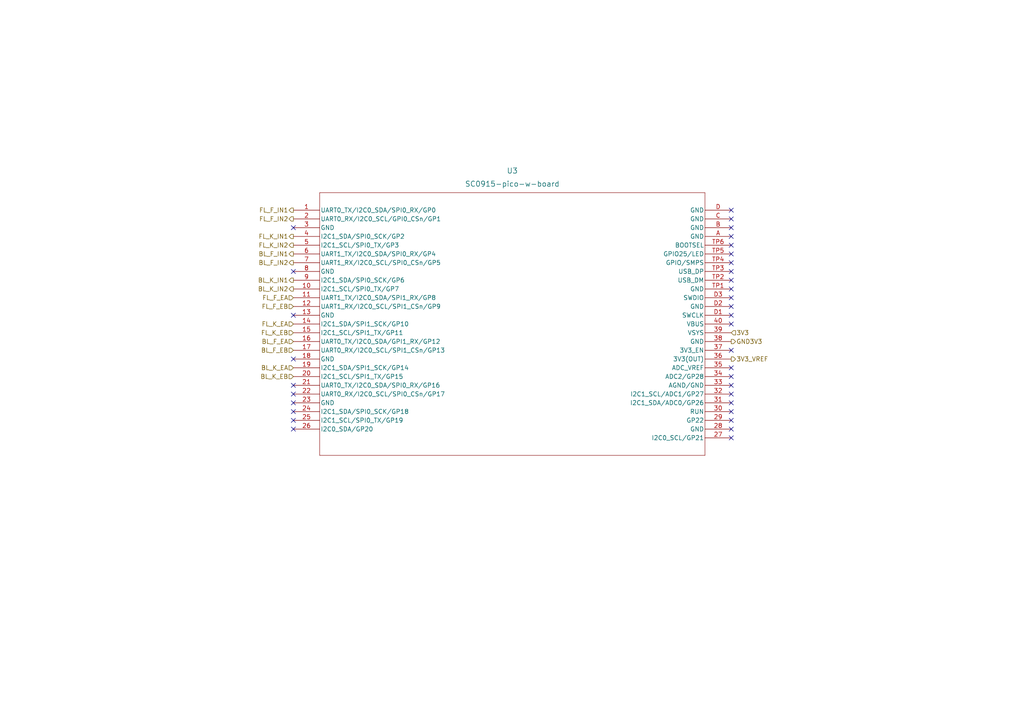
<source format=kicad_sch>
(kicad_sch (version 20211123) (generator eeschema)
  (paper "A4")
  (title_block (title "First pcb for quadruped robot v3") (date "2024-02-06") (rev "0") (company "By Andrey Shefa"))
  (lib_symbols
    (symbol "library:SC0915-pico-w-board" (pin_names (offset 0.254))
      (property "Reference" "U3" (at 63.5 11.43 0))
      (property "Value" "SC0915-pico-w-board" (at 63.5 7.62 0))
      (symbol "SC0915-pico-w-board_0_1"
        (polyline (pts (xy 7.62 -71.12) (xy 119.38 -71.12)) (stroke (width 0.127)))
        (polyline (pts (xy 7.62 5.08) (xy 7.62 -71.12)) (stroke (width 0.127)))
        (polyline (pts (xy 119.38 -71.12) (xy 119.38 5.08)) (stroke (width 0.127)))
        (polyline (pts (xy 119.38 5.08) (xy 7.62 5.08)) (stroke (width 0.127)))
        (pin bidirectional line (at 0 0 0) (length 7.62) (name "UART0_TX/I2C0_SDA/SPI0_RX/GP0") (number "1"))
        (pin bidirectional line (at 0 -22.86 0) (length 7.62) (name "I2C1_SCL/SPI0_TX/GP7") (number "10"))
        (pin bidirectional line (at 0 -25.4 0) (length 7.62) (name "UART1_TX/I2C0_SDA/SPI1_RX/GP8") (number "11"))
        (pin bidirectional line (at 0 -27.94 0) (length 7.62) (name "UART1_RX/I2C0_SCL/SPI1_CSn/GP9") (number "12"))
        (pin power_out line (at 0 -30.48 0) (length 7.62) (name "GND") (number "13"))
        (pin bidirectional line (at 0 -33.02 0) (length 7.62) (name "I2C1_SDA/SPI1_SCK/GP10") (number "14"))
        (pin bidirectional line (at 0 -35.56 0) (length 7.62) (name "I2C1_SCL/SPI1_TX/GP11") (number "15"))
        (pin bidirectional line (at 0 -38.1 0) (length 7.62) (name "UART0_TX/I2C0_SDA/GPI1_RX/GP12") (number "16"))
        (pin bidirectional line (at 0 -40.64 0) (length 7.62) (name "UART0_RX/I2C0_SCL/SPI1_CSn/GP13") (number "17"))
        (pin power_out line (at 0 -43.18 0) (length 7.62) (name "GND") (number "18"))
        (pin bidirectional line (at 0 -45.72 0) (length 7.62) (name "I2C1_SDA/SPI1_SCK/GP14") (number "19"))
        (pin bidirectional line (at 0 -2.54 0) (length 7.62) (name "UART0_RX/I2C0_SCL/GPI0_CSn/GP1") (number "2"))
        (pin bidirectional line (at 0 -48.26 0) (length 7.62) (name "I2C1_SCL/SPI1_TX/GP15") (number "20"))
        (pin bidirectional line (at 0 -50.8 0) (length 7.62) (name "UART0_TX/I2C0_SDA/SPI0_RX/GP16") (number "21"))
        (pin bidirectional line (at 0 -53.34 0) (length 7.62) (name "UART0_RX/I2C0_SCL/SPI0_CSn/GP17") (number "22"))
        (pin power_out line (at 0 -55.88 0) (length 7.62) (name "GND") (number "23"))
        (pin bidirectional line (at 0 -58.42 0) (length 7.62) (name "I2C1_SDA/SPI0_SCK/GP18") (number "24"))
        (pin bidirectional line (at 0 -60.96 0) (length 7.62) (name "I2C1_SCL/SPI0_TX/GP19") (number "25"))
        (pin bidirectional line (at 0 -63.5 0) (length 7.62) (name "I2C0_SDA/GP20") (number "26"))
        (pin bidirectional line (at 127 -66.04 180) (length 7.62) (name "I2C0_SCL/GP21") (number "27"))
        (pin power_out line (at 127 -63.5 180) (length 7.62) (name "GND") (number "28"))
        (pin bidirectional line (at 127 -60.96 180) (length 7.62) (name "GP22") (number "29"))
        (pin power_out line (at 0 -5.08 0) (length 7.62) (name "GND") (number "3"))
        (pin unspecified line (at 127 -58.42 180) (length 7.62) (name "RUN") (number "30"))
        (pin bidirectional line (at 127 -55.88 180) (length 7.62) (name "I2C1_SDA/ADC0/GP26") (number "31"))
        (pin bidirectional line (at 127 -53.34 180) (length 7.62) (name "I2C1_SCL/ADC1/GP27") (number "32"))
        (pin power_out line (at 127 -50.8 180) (length 7.62) (name "AGND/GND") (number "33"))
        (pin bidirectional line (at 127 -48.26 180) (length 7.62) (name "ADC2/GP28") (number "34"))
        (pin power_in line (at 127 -45.72 180) (length 7.62) (name "ADC_VREF") (number "35"))
        (pin output line (at 127 -43.18 180) (length 7.62) (name "3V3(OUT)") (number "36"))
        (pin power_in line (at 127 -40.64 180) (length 7.62) (name "3V3_EN") (number "37"))
        (pin passive line (at 127 -38.1 180) (length 7.62) (name "GND") (number "38"))
        (pin passive line (at 127 -35.56 180) (length 7.62) (name "VSYS") (number "39"))
        (pin bidirectional line (at 0 -7.62 0) (length 7.62) (name "I2C1_SDA/SPI0_SCK/GP2") (number "4"))
        (pin power_in line (at 127 -33.02 180) (length 7.62) (name "VBUS") (number "40"))
        (pin bidirectional line (at 0 -10.16 0) (length 7.62) (name "I2C1_SCL/SPI0_TX/GP3") (number "5"))
        (pin bidirectional line (at 0 -12.7 0) (length 7.62) (name "UART1_TX/I2C0_SDA/SPI0_RX/GP4") (number "6"))
        (pin bidirectional line (at 0 -15.24 0) (length 7.62) (name "UART1_RX/I2C0_SCL/SPI0_CSn/GP5") (number "7"))
        (pin power_out line (at 0 -17.78 0) (length 7.62) (name "GND") (number "8"))
        (pin bidirectional line (at 0 -20.32 0) (length 7.62) (name "I2C1_SDA/SPI0_SCK/GP6") (number "9"))
        (pin power_out line (at 127 -7.62 180) (length 7.62) (name "GND") (number "A"))
        (pin power_out line (at 127 -5.08 180) (length 7.62) (name "GND") (number "B"))
        (pin power_out line (at 127 -2.54 180) (length 7.62) (name "GND") (number "C"))
        (pin power_out line (at 127 0 180) (length 7.62) (name "GND") (number "D"))
        (pin unspecified line (at 127 -30.48 180) (length 7.62) (name "SWCLK") (number "D1"))
        (pin power_out line (at 127 -27.94 180) (length 7.62) (name "GND") (number "D2"))
        (pin unspecified line (at 127 -25.4 180) (length 7.62) (name "SWDIO") (number "D3"))
        (pin power_out line (at 127 -22.86 180) (length 7.62) (name "GND") (number "TP1"))
        (pin unspecified line (at 127 -20.32 180) (length 7.62) (name "USB_DM") (number "TP2"))
        (pin unspecified line (at 127 -17.78 180) (length 7.62) (name "USB_DP") (number "TP3"))
        (pin unspecified line (at 127 -15.24 180) (length 7.62) (name "GPIO/SMPS") (number "TP4"))
        (pin unspecified line (at 127 -12.7 180) (length 7.62) (name "GPIO25/LED") (number "TP5"))
        (pin unspecified line (at 127 -10.16 180) (length 7.62) (name "BOOTSEL") (number "TP6"))
      )
    )
  )
  (no_connect (at 212.09 78.74))
  (no_connect (at 212.09 86.36))
  (no_connect (at 212.09 114.3))
  (no_connect (at 212.09 109.22))
  (no_connect (at 212.09 116.84))
  (no_connect (at 212.09 121.92))
  (no_connect (at 85.09 104.14))
  (no_connect (at 85.09 114.3))
  (no_connect (at 212.09 83.82))
  (no_connect (at 212.09 119.38))
  (no_connect (at 85.09 111.76))
  (no_connect (at 212.09 111.76))
  (no_connect (at 85.09 91.44))
  (no_connect (at 85.09 66.04))
  (no_connect (at 85.09 121.92))
  (no_connect (at 212.09 88.9))
  (no_connect (at 85.09 119.38))
  (no_connect (at 212.09 127))
  (no_connect (at 212.09 76.2))
  (no_connect (at 212.09 60.96))
  (no_connect (at 212.09 93.98))
  (no_connect (at 212.09 73.66))
  (no_connect (at 212.09 124.46))
  (no_connect (at 212.09 81.28))
  (no_connect (at 212.09 106.68))
  (no_connect (at 85.09 78.74))
  (no_connect (at 212.09 101.6))
  (no_connect (at 85.09 124.46))
  (no_connect (at 212.09 71.12))
  (no_connect (at 212.09 66.04))
  (no_connect (at 212.09 68.58))
  (no_connect (at 212.09 63.5))
  (no_connect (at 85.09 116.84))
  (no_connect (at 212.09 91.44))
  (hierarchical_label "GND3V3" (shape output) (at 212.09 99.06 0))
  (hierarchical_label "FL_K_IN1" (shape output) (at 85.09 68.58 180))
  (hierarchical_label "BL_F_IN1" (shape output) (at 85.09 73.66 180))
  (hierarchical_label "3V3_VREF" (shape output) (at 212.09 104.14 0))
  (hierarchical_label "FL_K_IN2" (shape output) (at 85.09 71.12 180))
  (hierarchical_label "FL_F_EB" (shape input) (at 85.09 88.9 180))
  (hierarchical_label "BL_F_EB" (shape input) (at 85.09 101.6 180))
  (hierarchical_label "FL_F_IN1" (shape output) (at 85.09 60.96 180))
  (hierarchical_label "BL_F_EA" (shape input) (at 85.09 99.06 180))
  (hierarchical_label "FL_K_EA" (shape input) (at 85.09 93.98 180))
  (hierarchical_label "FL_F_IN2" (shape output) (at 85.09 63.5 180))
  (hierarchical_label "BL_K_IN1" (shape output) (at 85.09 81.28 180))
  (hierarchical_label "BL_F_IN2" (shape output) (at 85.09 76.2 180))
  (hierarchical_label "FL_F_EA" (shape input) (at 85.09 86.36 180))
  (hierarchical_label "BL_K_IN2" (shape output) (at 85.09 83.82 180))
  (hierarchical_label "3V3" (shape input) (at 212.09 96.52 0))
  (hierarchical_label "FL_K_EB" (shape input) (at 85.09 96.52 180))
  (hierarchical_label "BL_K_EB" (shape input) (at 85.09 109.22 180))
  (hierarchical_label "BL_K_EA" (shape input) (at 85.09 106.68 180))
  (symbol (lib_id "library:SC0915-pico-w-board") (at 85.09 60.96 0) (unit 1)
    (property "Reference" "U3" (at 148.59 49.53 0) (effects (font (size 1.524 1.524))))
    (property "Value" "SC0915-pico-w-board" (at 148.59 53.34 0) (effects (font (size 1.524 1.524))))
    (property "Footprint" "quadruped-lib-footprints:RPi_PicoW_SMD_TH" (effects hide))
    (property "Datasheet" "SC0915" (effects hide))
  )
)
</source>
